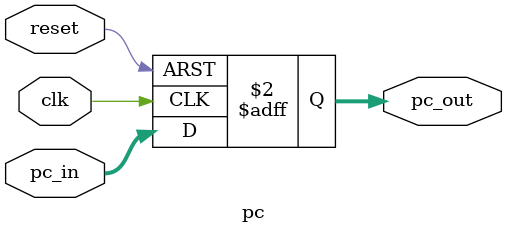
<source format=v>
module pc (
    input clk,
    input reset,
    input [31:0] pc_in,
    output reg [31:0] pc_out
);

    always @(posedge clk or posedge reset) begin
        if (reset)
            pc_out <= 0;
        else
            pc_out <= pc_in;
    end

endmodule

</source>
